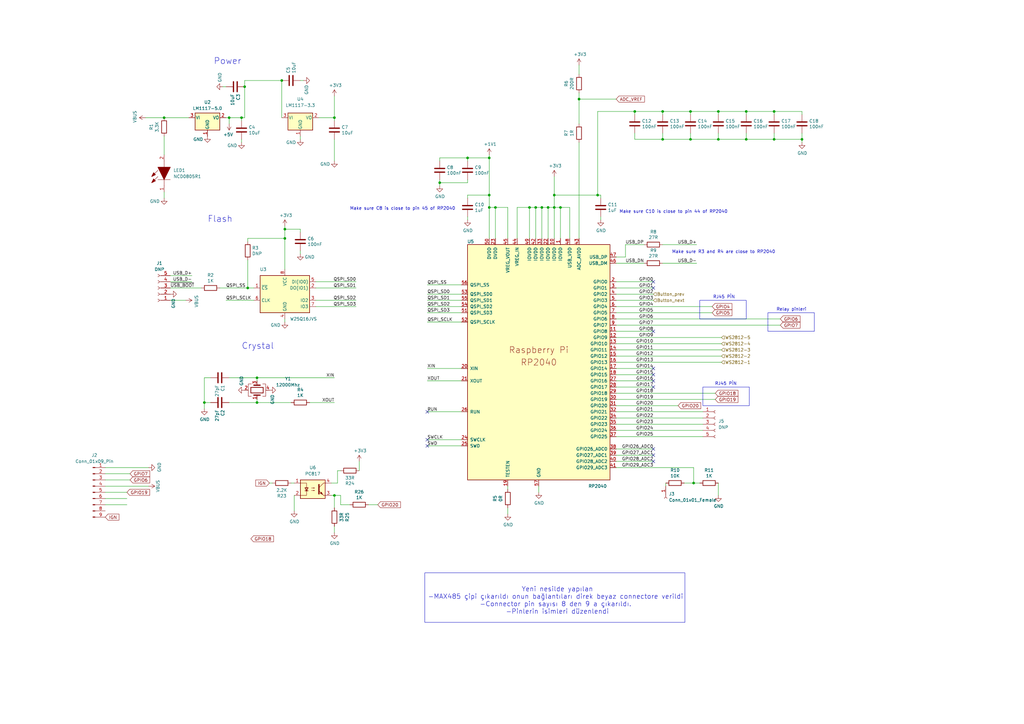
<source format=kicad_sch>
(kicad_sch (version 20231120) (generator "eeschema") (generator_version "8.0")
  (paper "A3")
  (lib_symbols
    (symbol "150080VS75000:150080VS75000" (pin_names (offset 0.762))
      (property "Reference" "LED" (at 12.7 8.89 0))
      (property "Value" "150080VS75000" (at 12.7 6.35 0))
      (symbol "150080VS75000_0_0"
        (pin passive line (at 0 0 0) (length 2.54) (name "~") (number "1"))
        (pin passive line (at 15.24 0 180) (length 2.54) (name "~") (number "2"))
      )
      (symbol "150080VS75000_0_1"
        (polyline (pts (xy 2.54 0) (xy 5.08 0)) (stroke (width 0.1524)))
        (polyline (pts (xy 5.08 2.54) (xy 5.08 -2.54)) (stroke (width 0.1524)))
        (polyline (pts (xy 6.35 2.54) (xy 3.81 5.08)) (stroke (width 0.1524)))
        (polyline (pts (xy 8.89 2.54) (xy 6.35 5.08)) (stroke (width 0.1524)))
        (polyline (pts (xy 10.16 0) (xy 12.7 0)) (stroke (width 0.1524)))
        (polyline (pts (xy 5.08 0) (xy 10.16 2.54) (xy 10.16 -2.54) (xy 5.08 0)) (stroke (width 0.254)) (fill (type outline)))
        (polyline (pts (xy 5.334 4.318) (xy 4.572 3.556) (xy 3.81 5.08) (xy 5.334 4.318)) (stroke (width 0.254)) (fill (type outline)))
        (polyline (pts (xy 7.874 4.318) (xy 7.112 3.556) (xy 6.35 5.08) (xy 7.874 4.318)) (stroke (width 0.254)) (fill (type outline)))
      )
    )
    (symbol "Connector:Conn_01x01_Female" (pin_names (offset 1.016) hide)
      (property "Reference" "J" (at 0 2.54 0))
      (property "Value" "Conn_01x01_Female" (at 0 -2.54 0))
      (symbol "Conn_01x01_Female_1_1"
        (polyline (pts (xy -1.27 0) (xy -0.508 0)) (stroke (width 0.1524)))
        (arc (start 0 0.508) (mid -0.5058 0) (end 0 -0.508) (stroke (width 0.1524)))
        (pin passive line (at -5.08 0 0) (length 3.81) (name "Pin_1") (number "1"))
      )
    )
    (symbol "Connector:Conn_01x05_Female" (pin_names (offset 1.016) hide)
      (property "Reference" "J" (at 0 7.62 0))
      (property "Value" "Conn_01x05_Female" (at 0 -7.62 0))
      (symbol "Conn_01x05_Female_1_1"
        (arc (start 0 -4.572) (mid -0.5058 -5.08) (end 0 -5.588) (stroke (width 0.1524)))
        (arc (start 0 -2.032) (mid -0.5058 -2.54) (end 0 -3.048) (stroke (width 0.1524)))
        (polyline (pts (xy -1.27 -5.08) (xy -0.508 -5.08)) (stroke (width 0.1524)))
        (polyline (pts (xy -1.27 -2.54) (xy -0.508 -2.54)) (stroke (width 0.1524)))
        (polyline (pts (xy -1.27 0) (xy -0.508 0)) (stroke (width 0.1524)))
        (polyline (pts (xy -1.27 2.54) (xy -0.508 2.54)) (stroke (width 0.1524)))
        (polyline (pts (xy -1.27 5.08) (xy -0.508 5.08)) (stroke (width 0.1524)))
        (arc (start 0 0.508) (mid -0.5058 0) (end 0 -0.508) (stroke (width 0.1524)))
        (arc (start 0 3.048) (mid -0.5058 2.54) (end 0 2.032) (stroke (width 0.1524)))
        (arc (start 0 5.588) (mid -0.5058 5.08) (end 0 4.572) (stroke (width 0.1524)))
        (pin passive line (at -5.08 5.08 0) (length 3.81) (name "Pin_1") (number "1"))
        (pin passive line (at -5.08 2.54 0) (length 3.81) (name "Pin_2") (number "2"))
        (pin passive line (at -5.08 0 0) (length 3.81) (name "Pin_3") (number "3"))
        (pin passive line (at -5.08 -2.54 0) (length 3.81) (name "Pin_4") (number "4"))
        (pin passive line (at -5.08 -5.08 0) (length 3.81) (name "Pin_5") (number "5"))
      )
    )
    (symbol "Connector:Conn_01x09_Pin" (pin_names (offset 1.016) hide)
      (property "Reference" "J" (at 0 12.7 0))
      (property "Value" "Conn_01x09_Pin" (at 0 -12.7 0))
      (symbol "Conn_01x09_Pin_1_1"
        (polyline (pts (xy 1.27 -10.16) (xy 0.8636 -10.16)) (stroke (width 0.1524)))
        (polyline (pts (xy 1.27 -7.62) (xy 0.8636 -7.62)) (stroke (width 0.1524)))
        (polyline (pts (xy 1.27 -5.08) (xy 0.8636 -5.08)) (stroke (width 0.1524)))
        (polyline (pts (xy 1.27 -2.54) (xy 0.8636 -2.54)) (stroke (width 0.1524)))
        (polyline (pts (xy 1.27 0) (xy 0.8636 0)) (stroke (width 0.1524)))
        (polyline (pts (xy 1.27 2.54) (xy 0.8636 2.54)) (stroke (width 0.1524)))
        (polyline (pts (xy 1.27 5.08) (xy 0.8636 5.08)) (stroke (width 0.1524)))
        (polyline (pts (xy 1.27 7.62) (xy 0.8636 7.62)) (stroke (width 0.1524)))
        (polyline (pts (xy 1.27 10.16) (xy 0.8636 10.16)) (stroke (width 0.1524)))
        (rectangle (start 0.8636 -10.033) (end 0 -10.287) (stroke (width 0.1524)) (fill (type outline)))
        (rectangle (start 0.8636 -7.493) (end 0 -7.747) (stroke (width 0.1524)) (fill (type outline)))
        (rectangle (start 0.8636 -4.953) (end 0 -5.207) (stroke (width 0.1524)) (fill (type outline)))
        (rectangle (start 0.8636 -2.413) (end 0 -2.667) (stroke (width 0.1524)) (fill (type outline)))
        (rectangle (start 0.8636 0.127) (end 0 -0.127) (stroke (width 0.1524)) (fill (type outline)))
        (rectangle (start 0.8636 2.667) (end 0 2.413) (stroke (width 0.1524)) (fill (type outline)))
        (rectangle (start 0.8636 5.207) (end 0 4.953) (stroke (width 0.1524)) (fill (type outline)))
        (rectangle (start 0.8636 7.747) (end 0 7.493) (stroke (width 0.1524)) (fill (type outline)))
        (rectangle (start 0.8636 10.287) (end 0 10.033) (stroke (width 0.1524)) (fill (type outline)))
        (pin passive line (at 5.08 10.16 180) (length 3.81) (name "Pin_1") (number "1"))
        (pin passive line (at 5.08 7.62 180) (length 3.81) (name "Pin_2") (number "2"))
        (pin passive line (at 5.08 5.08 180) (length 3.81) (name "Pin_3") (number "3"))
        (pin passive line (at 5.08 2.54 180) (length 3.81) (name "Pin_4") (number "4"))
        (pin passive line (at 5.08 0 180) (length 3.81) (name "Pin_5") (number "5"))
        (pin passive line (at 5.08 -2.54 180) (length 3.81) (name "Pin_6") (number "6"))
        (pin passive line (at 5.08 -5.08 180) (length 3.81) (name "Pin_7") (number "7"))
        (pin passive line (at 5.08 -7.62 180) (length 3.81) (name "Pin_8") (number "8"))
        (pin passive line (at 5.08 -10.16 180) (length 3.81) (name "Pin_9") (number "9"))
      )
    )
    (symbol "Device:C" (pin_numbers hide) (pin_names (offset 0.254))
      (property "Reference" "C" (at 0.635 2.54 0))
      (property "Value" "C" (at 0.635 -2.54 0))
      (symbol "C_0_1"
        (polyline (pts (xy -2.032 -0.762) (xy 2.032 -0.762)) (stroke (width 0.508)))
        (polyline (pts (xy -2.032 0.762) (xy 2.032 0.762)) (stroke (width 0.508)))
      )
      (symbol "C_1_1"
        (pin passive line (at 0 3.81 270) (length 2.794) (name "~") (number "1"))
        (pin passive line (at 0 -3.81 90) (length 2.794) (name "~") (number "2"))
      )
    )
    (symbol "Device:Crystal_GND24" (pin_names (offset 1.016) hide)
      (property "Reference" "Y" (at 3.175 5.08 0))
      (property "Value" "Crystal_GND24" (at 3.175 3.175 0))
      (symbol "Crystal_GND24_0_1"
        (rectangle (start -1.143 2.54) (end 1.143 -2.54) (stroke (width 0.3048)))
        (polyline (pts (xy -2.54 0) (xy -2.032 0)))
        (polyline (pts (xy -2.032 -1.27) (xy -2.032 1.27)) (stroke (width 0.508)))
        (polyline (pts (xy 0 -3.81) (xy 0 -3.556)))
        (polyline (pts (xy 0 3.556) (xy 0 3.81)))
        (polyline (pts (xy 2.032 -1.27) (xy 2.032 1.27)) (stroke (width 0.508)))
        (polyline (pts (xy 2.032 0) (xy 2.54 0)))
        (polyline (pts (xy -2.54 -2.286) (xy -2.54 -3.556) (xy 2.54 -3.556) (xy 2.54 -2.286)))
        (polyline (pts (xy -2.54 2.286) (xy -2.54 3.556) (xy 2.54 3.556) (xy 2.54 2.286)))
      )
      (symbol "Crystal_GND24_1_1"
        (pin passive line (at -3.81 0 0) (length 1.27) (name "1") (number "1"))
        (pin passive line (at 0 5.08 270) (length 1.27) (name "2") (number "2"))
        (pin passive line (at 3.81 0 180) (length 1.27) (name "3") (number "3"))
        (pin passive line (at 0 -5.08 90) (length 1.27) (name "4") (number "4"))
      )
    )
    (symbol "Device:R" (pin_numbers hide) (pin_names (offset 0))
      (property "Reference" "R" (at 2.032 0 90))
      (property "Value" "R" (at 0 0 90))
      (symbol "R_0_1"
        (rectangle (start -1.016 -2.54) (end 1.016 2.54) (stroke (width 0.254)))
      )
      (symbol "R_1_1"
        (pin passive line (at 0 3.81 270) (length 1.27) (name "~") (number "1"))
        (pin passive line (at 0 -3.81 90) (length 1.27) (name "~") (number "2"))
      )
    )
    (symbol "Isolator:PC817" (pin_names (offset 1.016))
      (property "Reference" "U" (at -5.08 5.08 0))
      (property "Value" "PC817" (at 0 5.08 0))
      (symbol "PC817_0_1"
        (rectangle (start -5.08 3.81) (end 5.08 -3.81) (stroke (width 0.254)) (fill (type background)))
        (polyline (pts (xy -3.175 -0.635) (xy -1.905 -0.635)) (stroke (width 0.254)))
        (polyline (pts (xy 2.54 0.635) (xy 4.445 2.54)))
        (polyline (pts (xy 4.445 -2.54) (xy 2.54 -0.635)) (fill (type outline)))
        (polyline (pts (xy 4.445 -2.54) (xy 5.08 -2.54)))
        (polyline (pts (xy 4.445 2.54) (xy 5.08 2.54)))
        (polyline (pts (xy -5.08 2.54) (xy -2.54 2.54) (xy -2.54 -0.635)))
        (polyline (pts (xy -2.54 -0.635) (xy -2.54 -2.54) (xy -5.08 -2.54)))
        (polyline (pts (xy 2.54 1.905) (xy 2.54 -1.905) (xy 2.54 -1.905)) (stroke (width 0.508)))
        (polyline (pts (xy -2.54 -0.635) (xy -3.175 0.635) (xy -1.905 0.635) (xy -2.54 -0.635)) (stroke (width 0.254)))
        (polyline (pts (xy -0.508 -0.508) (xy 0.762 -0.508) (xy 0.381 -0.635) (xy 0.381 -0.381) (xy 0.762 -0.508)))
        (polyline (pts (xy -0.508 0.508) (xy 0.762 0.508) (xy 0.381 0.381) (xy 0.381 0.635) (xy 0.762 0.508)))
        (polyline (pts (xy 3.048 -1.651) (xy 3.556 -1.143) (xy 4.064 -2.159) (xy 3.048 -1.651) (xy 3.048 -1.651)) (fill (type outline)))
      )
      (symbol "PC817_1_1"
        (pin passive line (at -7.62 2.54 0) (length 2.54) (name "~") (number "1"))
        (pin passive line (at -7.62 -2.54 0) (length 2.54) (name "~") (number "2"))
        (pin passive line (at 7.62 -2.54 180) (length 2.54) (name "~") (number "3"))
        (pin passive line (at 7.62 2.54 180) (length 2.54) (name "~") (number "4"))
      )
    )
    (symbol "MCU_RaspberryPi_RP2040:RP2040" (pin_names (offset 1.016))
      (property "Reference" "U" (at -29.21 49.53 0))
      (property "Value" "RP2040" (at 24.13 -49.53 0))
      (symbol "RP2040_0_0"
        (text "Raspberry Pi" (at 0 5.08 0) (effects (font (size 2.54 2.54))))
        (text "RP2040" (at 0 0 0) (effects (font (size 2.54 2.54))))
      )
      (symbol "RP2040_0_1"
        (rectangle (start 29.21 48.26) (end -29.21 -48.26) (stroke (width 0.254)) (fill (type background)))
      )
      (symbol "RP2040_1_1"
        (pin power_in line (at 8.89 50.8 270) (length 2.54) (name "IOVDD") (number "1"))
        (pin power_in line (at 6.35 50.8 270) (length 2.54) (name "IOVDD") (number "10"))
        (pin bidirectional line (at 31.75 12.7 180) (length 2.54) (name "GPIO8") (number "11"))
        (pin bidirectional line (at 31.75 10.16 180) (length 2.54) (name "GPIO9") (number "12"))
        (pin bidirectional line (at 31.75 7.62 180) (length 2.54) (name "GPIO10") (number "13"))
        (pin bidirectional line (at 31.75 5.08 180) (length 2.54) (name "GPIO11") (number "14"))
        (pin bidirectional line (at 31.75 2.54 180) (length 2.54) (name "GPIO12") (number "15"))
        (pin bidirectional line (at 31.75 0 180) (length 2.54) (name "GPIO13") (number "16"))
        (pin bidirectional line (at 31.75 -2.54 180) (length 2.54) (name "GPIO14") (number "17"))
        (pin bidirectional line (at 31.75 -5.08 180) (length 2.54) (name "GPIO15") (number "18"))
        (pin passive line (at -12.7 -50.8 90) (length 2.54) (name "TESTEN") (number "19"))
        (pin bidirectional line (at 31.75 33.02 180) (length 2.54) (name "GPIO0") (number "2"))
        (pin input line (at -31.75 -2.54 0) (length 2.54) (name "XIN") (number "20"))
        (pin passive line (at -31.75 -7.62 0) (length 2.54) (name "XOUT") (number "21"))
        (pin power_in line (at 3.81 50.8 270) (length 2.54) (name "IOVDD") (number "22"))
        (pin power_in line (at -17.78 50.8 270) (length 2.54) (name "DVDD") (number "23"))
        (pin output line (at -31.75 -31.75 0) (length 2.54) (name "SWCLK") (number "24"))
        (pin bidirectional line (at -31.75 -34.29 0) (length 2.54) (name "SWD") (number "25"))
        (pin input line (at -31.75 -20.32 0) (length 2.54) (name "RUN") (number "26"))
        (pin bidirectional line (at 31.75 -7.62 180) (length 2.54) (name "GPIO16") (number "27"))
        (pin bidirectional line (at 31.75 -10.16 180) (length 2.54) (name "GPIO17") (number "28"))
        (pin bidirectional line (at 31.75 -12.7 180) (length 2.54) (name "GPIO18") (number "29"))
        (pin bidirectional line (at 31.75 30.48 180) (length 2.54) (name "GPIO1") (number "3"))
        (pin bidirectional line (at 31.75 -15.24 180) (length 2.54) (name "GPIO19") (number "30"))
        (pin bidirectional line (at 31.75 -17.78 180) (length 2.54) (name "GPIO20") (number "31"))
        (pin bidirectional line (at 31.75 -20.32 180) (length 2.54) (name "GPIO21") (number "32"))
        (pin power_in line (at 1.27 50.8 270) (length 2.54) (name "IOVDD") (number "33"))
        (pin bidirectional line (at 31.75 -22.86 180) (length 2.54) (name "GPIO22") (number "34"))
        (pin bidirectional line (at 31.75 -25.4 180) (length 2.54) (name "GPIO23") (number "35"))
        (pin bidirectional line (at 31.75 -27.94 180) (length 2.54) (name "GPIO24") (number "36"))
        (pin bidirectional line (at 31.75 -30.48 180) (length 2.54) (name "GPIO25") (number "37"))
        (pin bidirectional line (at 31.75 -35.56 180) (length 2.54) (name "GPIO26_ADC0") (number "38"))
        (pin bidirectional line (at 31.75 -38.1 180) (length 2.54) (name "GPIO27_ADC1") (number "39"))
        (pin bidirectional line (at 31.75 27.94 180) (length 2.54) (name "GPIO2") (number "4"))
        (pin bidirectional line (at 31.75 -40.64 180) (length 2.54) (name "GPIO28_ADC2") (number "40"))
        (pin bidirectional line (at 31.75 -43.18 180) (length 2.54) (name "GPIO29_ADC3") (number "41"))
        (pin power_in line (at -1.27 50.8 270) (length 2.54) (name "IOVDD") (number "42"))
        (pin power_in line (at 16.51 50.8 270) (length 2.54) (name "ADC_AVDD") (number "43"))
        (pin power_in line (at -8.89 50.8 270) (length 2.54) (name "VREG_IN") (number "44"))
        (pin power_out line (at -12.7 50.8 270) (length 2.54) (name "VREG_VOUT") (number "45"))
        (pin bidirectional line (at 31.75 40.64 180) (length 2.54) (name "USB_DM") (number "46"))
        (pin bidirectional line (at 31.75 43.18 180) (length 2.54) (name "USB_DP") (number "47"))
        (pin power_in line (at 12.7 50.8 270) (length 2.54) (name "USB_VDD") (number "48"))
        (pin power_in line (at -3.81 50.8 270) (length 2.54) (name "IOVDD") (number "49"))
        (pin bidirectional line (at 31.75 25.4 180) (length 2.54) (name "GPIO3") (number "5"))
        (pin power_in line (at -20.32 50.8 270) (length 2.54) (name "DVDD") (number "50"))
        (pin bidirectional line (at -31.75 20.32 0) (length 2.54) (name "QSPI_SD3") (number "51"))
        (pin output line (at -31.75 16.51 0) (length 2.54) (name "QSPI_SCLK") (number "52"))
        (pin bidirectional line (at -31.75 27.94 0) (length 2.54) (name "QSPI_SD0") (number "53"))
        (pin bidirectional line (at -31.75 22.86 0) (length 2.54) (name "QSPI_SD2") (number "54"))
        (pin bidirectional line (at -31.75 25.4 0) (length 2.54) (name "QSPI_SD1") (number "55"))
        (pin bidirectional line (at -31.75 31.75 0) (length 2.54) (name "QSPI_SS") (number "56"))
        (pin power_in line (at 0 -50.8 90) (length 2.54) (name "GND") (number "57"))
        (pin bidirectional line (at 31.75 22.86 180) (length 2.54) (name "GPIO4") (number "6"))
        (pin bidirectional line (at 31.75 20.32 180) (length 2.54) (name "GPIO5") (number "7"))
        (pin bidirectional line (at 31.75 17.78 180) (length 2.54) (name "GPIO6") (number "8"))
        (pin bidirectional line (at 31.75 15.24 180) (length 2.54) (name "GPIO7") (number "9"))
      )
    )
    (symbol "Memory_Flash:W25Q128JVS"
      (property "Reference" "U" (at -8.89 8.89 0))
      (property "Value" "W25Q128JVS" (at 7.62 8.89 0))
      (symbol "W25Q128JVS_0_1"
        (rectangle (start -10.16 7.62) (end 10.16 -7.62) (stroke (width 0.254)) (fill (type background)))
      )
      (symbol "W25Q128JVS_1_1"
        (pin input line (at -12.7 2.54 0) (length 2.54) (name "~{CS}") (number "1"))
        (pin bidirectional line (at 12.7 2.54 180) (length 2.54) (name "DO(IO1)") (number "2"))
        (pin bidirectional line (at 12.7 -2.54 180) (length 2.54) (name "IO2") (number "3"))
        (pin power_in line (at 0 -10.16 90) (length 2.54) (name "GND") (number "4"))
        (pin bidirectional line (at 12.7 5.08 180) (length 2.54) (name "DI(IO0)") (number "5"))
        (pin input line (at -12.7 -2.54 0) (length 2.54) (name "CLK") (number "6"))
        (pin bidirectional line (at 12.7 -5.08 180) (length 2.54) (name "IO3") (number "7"))
        (pin power_in line (at 0 10.16 270) (length 2.54) (name "VCC") (number "8"))
      )
    )
    (symbol "Regulator_Linear:LM1117-3.3" (pin_names (offset 0.254))
      (property "Reference" "U" (at -3.81 3.175 0))
      (property "Value" "LM1117-3.3" (at 0 3.175 0))
      (symbol "LM1117-3.3_0_1"
        (rectangle (start -5.08 -5.08) (end 5.08 1.905) (stroke (width 0.254)) (fill (type background)))
      )
      (symbol "LM1117-3.3_1_1"
        (pin power_in line (at 0 -7.62 90) (length 2.54) (name "GND") (number "1"))
        (pin power_out line (at 7.62 0 180) (length 2.54) (name "VO") (number "2"))
        (pin power_in line (at -7.62 0 0) (length 2.54) (name "VI") (number "3"))
      )
    )
    (symbol "power:+1V1" (power) (pin_names (offset 0))
      (property "Value" "+1V1" (at 0 3.556 0))
      (symbol "+1V1_0_1"
        (polyline (pts (xy -0.762 1.27) (xy 0 2.54)))
        (polyline (pts (xy 0 0) (xy 0 2.54)))
        (polyline (pts (xy 0 2.54) (xy 0.762 1.27)))
      )
      (symbol "+1V1_1_1"
        (pin power_in line (at 0 0 90) (length 0) hide (name "+1V1") (number "1"))
      )
    )
    (symbol "power:+3V3" (power) (pin_names (offset 0))
      (property "Value" "+3V3" (at 0 3.556 0))
      (symbol "+3V3_0_1"
        (polyline (pts (xy -0.762 1.27) (xy 0 2.54)))
        (polyline (pts (xy 0 0) (xy 0 2.54)))
        (polyline (pts (xy 0 2.54) (xy 0.762 1.27)))
      )
      (symbol "+3V3_1_1"
        (pin power_in line (at 0 0 90) (length 0) hide (name "+3V3") (number "1"))
      )
    )
    (symbol "power:GND" (power) (pin_names (offset 0))
      (property "Value" "GND" (at 0 -3.81 0))
      (symbol "GND_0_1"
        (polyline (pts (xy 0 0) (xy 0 -1.27) (xy 1.27 -1.27) (xy 0 -2.54) (xy -1.27 -1.27) (xy 0 -1.27)))
      )
      (symbol "GND_1_1"
        (pin power_in line (at 0 0 270) (length 0) hide (name "GND") (number "1"))
      )
    )
    (symbol "power:VBUS" (power) (pin_names (offset 0))
      (property "Value" "VBUS" (at 0 3.81 0))
      (symbol "VBUS_0_1"
        (polyline (pts (xy -0.762 1.27) (xy 0 2.54)))
        (polyline (pts (xy 0 0) (xy 0 2.54)))
        (polyline (pts (xy 0 2.54) (xy 0.762 1.27)))
      )
      (symbol "VBUS_1_1"
        (pin power_in line (at 0 0 90) (length 0) hide (name "VBUS") (number "1"))
      )
    )
  )
  (junction (at 101.6 118.11))
  (junction (at 227.33 85.09))
  (junction (at 116.84 93.98))
  (junction (at 219.71 85.09))
  (junction (at 217.17 85.09))
  (junction (at 93.98 48.26))
  (junction (at 67.31 48.26))
  (junction (at 222.25 85.09))
  (junction (at 100.33 35.56))
  (junction (at 83.82 165.1))
  (junction (at 294.64 57.15))
  (junction (at 237.49 40.64))
  (junction (at 260.35 45.72))
  (junction (at 203.2 85.09))
  (junction (at 105.41 154.94))
  (junction (at 200.66 85.09))
  (junction (at 115.57 33.02))
  (junction (at 200.66 64.77))
  (junction (at 137.16 48.26))
  (junction (at 200.66 80.01))
  (junction (at 229.87 85.09))
  (junction (at 116.84 97.79))
  (junction (at 224.79 85.09))
  (junction (at 271.78 57.15))
  (junction (at 317.5 57.15))
  (junction (at 137.16 203.2))
  (junction (at 227.33 80.01))
  (junction (at 294.64 45.72))
  (junction (at 283.21 57.15))
  (junction (at 284.48 198.12))
  (junction (at 328.93 57.15))
  (junction (at 271.78 45.72))
  (junction (at 306.07 57.15))
  (junction (at 191.77 64.77))
  (junction (at 245.11 80.01))
  (junction (at 306.07 45.72))
  (junction (at 105.41 165.1))
  (junction (at 180.34 74.93))
  (junction (at 99.06 48.26))
  (junction (at 317.5 45.72))
  (junction (at 283.21 45.72))
  (no_connect (at 175.26 180.34))
  (no_connect (at 175.26 168.91))
  (no_connect (at 267.97 151.13))
  (no_connect (at 267.97 135.89))
  (no_connect (at 267.97 158.75))
  (no_connect (at 267.97 118.11))
  (no_connect (at 267.97 186.69))
  (no_connect (at 267.97 115.57))
  (no_connect (at 267.97 153.67))
  (no_connect (at 267.97 156.21))
  (no_connect (at 267.97 184.15))
  (no_connect (at 175.26 182.88))
  (no_connect (at 267.97 189.23))
  (wire (pts (xy 191.77 66.04) (xy 191.77 64.77)))
  (wire (pts (xy 284.48 198.12) (xy 287.02 198.12)))
  (wire (pts (xy 317.5 57.15) (xy 306.07 57.15)))
  (wire (pts (xy 191.77 81.28) (xy 191.77 80.01)))
  (wire (pts (xy 93.98 50.8) (xy 93.98 48.26)))
  (wire (pts (xy 203.2 97.79) (xy 203.2 85.09)))
  (wire (pts (xy 252.73 148.59) (xy 295.91 148.59)))
  (wire (pts (xy 252.73 191.77) (xy 284.48 191.77)))
  (wire (pts (xy 306.07 45.72) (xy 317.5 45.72)))
  (wire (pts (xy 53.34 196.85) (xy 43.18 196.85)))
  (wire (pts (xy 317.5 54.61) (xy 317.5 57.15)))
  (wire (pts (xy 306.07 46.99) (xy 306.07 45.72)))
  (wire (pts (xy 252.73 184.15) (xy 267.97 184.15)))
  (wire (pts (xy 105.41 163.83) (xy 105.41 165.1)))
  (wire (pts (xy 271.78 107.95) (xy 285.75 107.95)))
  (wire (pts (xy 208.28 85.09) (xy 203.2 85.09)))
  (wire (pts (xy 137.16 215.9) (xy 137.16 218.44)))
  (wire (pts (xy 252.73 168.91) (xy 288.29 168.91)))
  (wire (pts (xy 189.23 156.21) (xy 175.26 156.21)))
  (wire (pts (xy 317.5 57.15) (xy 328.93 57.15)))
  (wire (pts (xy 237.49 40.64) (xy 252.73 40.64)))
  (wire (pts (xy 101.6 97.79) (xy 116.84 97.79)))
  (wire (pts (xy 271.78 100.33) (xy 285.75 100.33)))
  (wire (pts (xy 180.34 73.66) (xy 180.34 74.93)))
  (wire (pts (xy 252.73 161.29) (xy 293.37 161.29)))
  (wire (pts (xy 260.35 54.61) (xy 260.35 57.15)))
  (wire (pts (xy 237.49 26.67) (xy 237.49 30.48)))
  (wire (pts (xy 317.5 46.99) (xy 317.5 45.72)))
  (wire (pts (xy 252.73 135.89) (xy 267.97 135.89)))
  (wire (pts (xy 86.36 165.1) (xy 83.82 165.1)))
  (wire (pts (xy 252.73 158.75) (xy 267.97 158.75)))
  (wire (pts (xy 260.35 46.99) (xy 260.35 45.72)))
  (wire (pts (xy 147.32 189.23) (xy 147.32 193.04)))
  (wire (pts (xy 245.11 45.72) (xy 245.11 80.01)))
  (wire (pts (xy 105.41 165.1) (xy 119.38 165.1)))
  (wire (pts (xy 175.26 123.19) (xy 189.23 123.19)))
  (wire (pts (xy 252.73 146.05) (xy 295.91 146.05)))
  (wire (pts (xy 283.21 57.15) (xy 271.78 57.15)))
  (wire (pts (xy 180.34 74.93) (xy 191.77 74.93)))
  (wire (pts (xy 306.07 57.15) (xy 294.64 57.15)))
  (wire (pts (xy 90.17 118.11) (xy 101.6 118.11)))
  (wire (pts (xy 227.33 80.01) (xy 227.33 85.09)))
  (wire (pts (xy 67.31 81.28) (xy 67.31 78.74)))
  (wire (pts (xy 43.18 204.47) (xy 52.07 204.47)))
  (wire (pts (xy 246.38 80.01) (xy 245.11 80.01)))
  (wire (pts (xy 83.82 165.1) (xy 83.82 167.64)))
  (wire (pts (xy 294.64 203.2) (xy 294.64 198.12)))
  (wire (pts (xy 175.26 128.27) (xy 189.23 128.27)))
  (wire (pts (xy 256.54 100.33) (xy 264.16 100.33)))
  (wire (pts (xy 217.17 85.09) (xy 219.71 85.09)))
  (wire (pts (xy 101.6 106.68) (xy 101.6 118.11)))
  (wire (pts (xy 203.2 85.09) (xy 200.66 85.09)))
  (wire (pts (xy 137.16 208.28) (xy 137.16 203.2)))
  (wire (pts (xy 191.77 74.93) (xy 191.77 73.66)))
  (wire (pts (xy 252.73 105.41) (xy 256.54 105.41)))
  (wire (pts (xy 137.16 203.2) (xy 135.89 203.2)))
  (wire (pts (xy 105.41 156.21) (xy 105.41 154.94)))
  (wire (pts (xy 129.54 123.19) (xy 146.05 123.19)))
  (wire (pts (xy 123.19 55.88) (xy 123.19 57.15)))
  (wire (pts (xy 99.06 48.26) (xy 100.33 48.26)))
  (wire (pts (xy 100.33 35.56) (xy 100.33 48.26)))
  (wire (pts (xy 116.84 92.71) (xy 116.84 93.98)))
  (wire (pts (xy 200.66 63.5) (xy 200.66 64.77)))
  (wire (pts (xy 252.73 133.35) (xy 320.04 133.35)))
  (wire (pts (xy 271.78 54.61) (xy 271.78 57.15)))
  (wire (pts (xy 189.23 182.88) (xy 175.26 182.88)))
  (wire (pts (xy 92.71 123.19) (xy 104.14 123.19)))
  (wire (pts (xy 271.78 46.99) (xy 271.78 45.72)))
  (wire (pts (xy 99.06 49.53) (xy 99.06 48.26)))
  (wire (pts (xy 252.73 138.43) (xy 295.91 138.43)))
  (wire (pts (xy 189.23 180.34) (xy 175.26 180.34)))
  (wire (pts (xy 252.73 151.13) (xy 267.97 151.13)))
  (wire (pts (xy 129.54 115.57) (xy 146.05 115.57)))
  (wire (pts (xy 212.09 97.79) (xy 212.09 85.09)))
  (wire (pts (xy 212.09 85.09) (xy 217.17 85.09)))
  (wire (pts (xy 100.33 33.02) (xy 115.57 33.02)))
  (wire (pts (xy 227.33 85.09) (xy 229.87 85.09)))
  (wire (pts (xy 273.05 199.39) (xy 273.05 198.12)))
  (wire (pts (xy 143.51 207.01) (xy 139.7 207.01)))
  (wire (pts (xy 246.38 88.9) (xy 246.38 90.17)))
  (wire (pts (xy 139.7 193.04) (xy 138.43 193.04)))
  (wire (pts (xy 328.93 57.15) (xy 328.93 58.42)))
  (wire (pts (xy 252.73 118.11) (xy 267.97 118.11)))
  (wire (pts (xy 43.18 191.77) (xy 60.96 191.77)))
  (wire (pts (xy 116.84 93.98) (xy 116.84 97.79)))
  (wire (pts (xy 189.23 168.91) (xy 175.26 168.91)))
  (wire (pts (xy 237.49 38.1) (xy 237.49 40.64)))
  (wire (pts (xy 100.33 35.56) (xy 100.33 33.02)))
  (wire (pts (xy 208.28 97.79) (xy 208.28 85.09)))
  (wire (pts (xy 119.38 198.12) (xy 120.65 198.12)))
  (wire (pts (xy 129.54 125.73) (xy 146.05 125.73)))
  (wire (pts (xy 294.64 46.99) (xy 294.64 45.72)))
  (wire (pts (xy 120.65 209.55) (xy 120.65 203.2)))
  (wire (pts (xy 180.34 74.93) (xy 180.34 76.2)))
  (wire (pts (xy 151.13 207.01) (xy 154.94 207.01)))
  (wire (pts (xy 283.21 45.72) (xy 294.64 45.72)))
  (wire (pts (xy 227.33 97.79) (xy 227.33 85.09)))
  (wire (pts (xy 93.98 165.1) (xy 105.41 165.1)))
  (wire (pts (xy 317.5 45.72) (xy 328.93 45.72)))
  (wire (pts (xy 129.54 118.11) (xy 146.05 118.11)))
  (wire (pts (xy 224.79 85.09) (xy 227.33 85.09)))
  (wire (pts (xy 52.07 201.93) (xy 43.18 201.93)))
  (wire (pts (xy 224.79 97.79) (xy 224.79 85.09)))
  (wire (pts (xy 175.26 151.13) (xy 189.23 151.13)))
  (wire (pts (xy 99.06 57.15) (xy 99.06 58.42)))
  (wire (pts (xy 175.26 125.73) (xy 189.23 125.73)))
  (wire (pts (xy 200.66 80.01) (xy 200.66 85.09)))
  (wire (pts (xy 92.71 35.56) (xy 91.44 35.56)))
  (wire (pts (xy 139.7 207.01) (xy 139.7 203.2)))
  (wire (pts (xy 252.73 179.07) (xy 288.29 179.07)))
  (wire (pts (xy 123.19 95.25) (xy 123.19 93.98)))
  (wire (pts (xy 86.36 154.94) (xy 83.82 154.94)))
  (wire (pts (xy 76.2 123.19) (xy 69.85 123.19)))
  (wire (pts (xy 69.85 115.57) (xy 78.74 115.57)))
  (wire (pts (xy 110.49 198.12) (xy 111.76 198.12)))
  (wire (pts (xy 252.73 120.65) (xy 267.97 120.65)))
  (wire (pts (xy 294.64 45.72) (xy 306.07 45.72)))
  (wire (pts (xy 180.34 64.77) (xy 191.77 64.77)))
  (wire (pts (xy 252.73 166.37) (xy 278.13 166.37)))
  (wire (pts (xy 175.26 120.65) (xy 189.23 120.65)))
  (wire (pts (xy 222.25 85.09) (xy 224.79 85.09)))
  (wire (pts (xy 200.66 64.77) (xy 200.66 80.01)))
  (wire (pts (xy 83.82 154.94) (xy 83.82 165.1)))
  (wire (pts (xy 227.33 80.01) (xy 227.33 72.39)))
  (wire (pts (xy 116.84 97.79) (xy 116.84 110.49)))
  (wire (pts (xy 237.49 40.64) (xy 237.49 50.8)))
  (wire (pts (xy 53.34 194.31) (xy 43.18 194.31)))
  (wire (pts (xy 284.48 198.12) (xy 284.48 191.77)))
  (wire (pts (xy 123.19 33.02) (xy 124.46 33.02)))
  (wire (pts (xy 229.87 85.09) (xy 233.68 85.09)))
  (wire (pts (xy 137.16 57.15) (xy 137.16 66.04)))
  (wire (pts (xy 328.93 46.99) (xy 328.93 45.72)))
  (wire (pts (xy 260.35 45.72) (xy 245.11 45.72)))
  (wire (pts (xy 82.55 118.11) (xy 69.85 118.11)))
  (wire (pts (xy 219.71 97.79) (xy 219.71 85.09)))
  (wire (pts (xy 69.85 113.03) (xy 78.74 113.03)))
  (wire (pts (xy 138.43 198.12) (xy 135.89 198.12)))
  (wire (pts (xy 260.35 45.72) (xy 271.78 45.72)))
  (wire (pts (xy 306.07 54.61) (xy 306.07 57.15)))
  (wire (pts (xy 246.38 81.28) (xy 246.38 80.01)))
  (wire (pts (xy 328.93 54.61) (xy 328.93 57.15)))
  (wire (pts (xy 191.77 80.01) (xy 200.66 80.01)))
  (wire (pts (xy 92.71 48.26) (xy 93.98 48.26)))
  (wire (pts (xy 67.31 48.26) (xy 77.47 48.26)))
  (wire (pts (xy 200.66 85.09) (xy 200.66 97.79)))
  (wire (pts (xy 237.49 58.42) (xy 237.49 97.79)))
  (wire (pts (xy 252.73 173.99) (xy 288.29 173.99)))
  (wire (pts (xy 180.34 66.04) (xy 180.34 64.77)))
  (wire (pts (xy 252.73 171.45) (xy 288.29 171.45)))
  (wire (pts (xy 189.23 116.84) (xy 175.26 116.84)))
  (wire (pts (xy 252.73 163.83) (xy 293.37 163.83)))
  (wire (pts (xy 127 165.1) (xy 137.16 165.1)))
  (wire (pts (xy 252.73 153.67) (xy 267.97 153.67)))
  (wire (pts (xy 139.7 203.2) (xy 137.16 203.2)))
  (wire (pts (xy 252.73 115.57) (xy 267.97 115.57)))
  (wire (pts (xy 101.6 99.06) (xy 101.6 97.79)))
  (wire (pts (xy 43.18 207.01) (xy 52.07 207.01)))
  (wire (pts (xy 191.77 64.77) (xy 200.66 64.77)))
  (wire (pts (xy 252.73 130.81) (xy 320.04 130.81)))
  (wire (pts (xy 222.25 97.79) (xy 222.25 85.09)))
  (wire (pts (xy 252.73 176.53) (xy 288.29 176.53)))
  (wire (pts (xy 252.73 143.51) (xy 295.91 143.51)))
  (wire (pts (xy 280.67 198.12) (xy 284.48 198.12)))
  (wire (pts (xy 220.98 199.39) (xy 220.98 201.93)))
  (wire (pts (xy 93.98 48.26) (xy 99.06 48.26)))
  (wire (pts (xy 115.57 33.02) (xy 115.57 48.26)))
  (wire (pts (xy 191.77 88.9) (xy 191.77 90.17)))
  (wire (pts (xy 245.11 80.01) (xy 227.33 80.01)))
  (wire (pts (xy 252.73 186.69) (xy 267.97 186.69)))
  (wire (pts (xy 219.71 85.09) (xy 222.25 85.09)))
  (wire (pts (xy 252.73 123.19) (xy 267.97 123.19)))
  (wire (pts (xy 43.18 199.39) (xy 60.96 199.39)))
  (wire (pts (xy 252.73 156.21) (xy 267.97 156.21)))
  (wire (pts (xy 294.64 57.15) (xy 283.21 57.15)))
  (wire (pts (xy 271.78 57.15) (xy 260.35 57.15)))
  (wire (pts (xy 116.84 130.81) (xy 116.84 132.08)))
  (wire (pts (xy 217.17 97.79) (xy 217.17 85.09)))
  (wire (pts (xy 294.64 54.61) (xy 294.64 57.15)))
  (wire (pts (xy 256.54 100.33) (xy 256.54 105.41)))
  (wire (pts (xy 252.73 189.23) (xy 267.97 189.23)))
  (wire (pts (xy 283.21 46.99) (xy 283.21 45.72)))
  (wire (pts (xy 67.31 63.5) (xy 67.31 55.88)))
  (wire (pts (xy 233.68 97.79) (xy 233.68 85.09)))
  (wire (pts (xy 137.16 49.53) (xy 137.16 48.26)))
  (wire (pts (xy 252.73 140.97) (xy 295.91 140.97)))
  (wire (pts (xy 252.73 107.95) (xy 264.16 107.95)))
  (wire (pts (xy 229.87 85.09) (xy 229.87 97.79)))
  (wire (pts (xy 123.19 93.98) (xy 116.84 93.98)))
  (wire (pts (xy 252.73 125.73) (xy 292.1 125.73)))
  (wire (pts (xy 138.43 193.04) (xy 138.43 198.12)))
  (wire (pts (xy 271.78 45.72) (xy 283.21 45.72)))
  (wire (pts (xy 93.98 154.94) (xy 105.41 154.94)))
  (wire (pts (xy 59.69 48.26) (xy 67.31 48.26)))
  (wire (pts (xy 137.16 48.26) (xy 137.16 39.37)))
  (wire (pts (xy 123.19 102.87) (xy 123.19 104.14)))
  (wire (pts (xy 189.23 132.08) (xy 175.26 132.08)))
  (wire (pts (xy 208.28 210.82) (xy 208.28 208.28)))
  (wire (pts (xy 101.6 118.11) (xy 104.14 118.11)))
  (wire (pts (xy 252.73 128.27) (xy 292.1 128.27)))
  (wire (pts (xy 130.81 48.26) (xy 137.16 48.26)))
  (wire (pts (xy 283.21 54.61) (xy 283.21 57.15)))
  (wire (pts (xy 105.41 154.94) (xy 137.16 154.94)))
  (wire (pts (xy 208.28 200.66) (xy 208.28 199.39)))
  (rectangle (start 314.96 128.27) (end 334.01 135.89))
  (rectangle (start 287.02 123.19) (end 306.07 130.81))
  (rectangle (start 174.244 234.95) (end 280.924 255.27))
  (rectangle (start 288.29 158.75) (end 307.34 166.37))
  (text "RJ45 PİN \n" (at 297.434 121.92 0) (effects (font (size 1.27 1.27))))
  (text "Flash" (at 85.09 91.44 0) (effects (font (size 2.54 2.54)) (justify left bottom)))
  (text "Make sure C10 is close to pin 44 of RP2040" (at 254 87.63 0) (effects (font (size 1.27 1.27)) (justify left bottom)))
  (text "Relay pinleri\n" (at 324.612 127 0) (effects (font (size 1.27 1.27))))
  (text "Power" (at 87.63 26.67 0) (effects (font (size 2.54 2.54)) (justify left bottom)))
  (text "RJ45 PİN \n" (at 298.196 157.48 0) (effects (font (size 1.27 1.27))))
  (text "Make sure C8 is close to pin 45 of RP2040" (at 143.51 86.36 0) (effects (font (size 1.27 1.27)) (justify left bottom)))
  (text "Crystal" (at 99.06 143.51 0) (effects (font (size 2.54 2.54)) (justify left bottom)))
  (text "Make sure R3 and R4 are close to RP2040" (at 275.59 104.14 0) (effects (font (size 1.27 1.27)) (justify left bottom)))
  (text "Yeni nesilde yapılan\n-MAX485 çipi çıkarıldı onun bağlantıları direk beyaz connectore verildi \n-Connector pin sayısı 8 den 9 a çıkarıldı. \n-Pinlerin isimleri düzenlendi\n" (at 228.6 246.38 0) (effects (font (size 1.905 1.905))))
  (label "GPIO8" (at 267.97 135.89 180))
  (label "USB_D+" (at 285.75 100.33 180))
  (label "SWD" (at 175.26 182.88 0))
  (label "GPIO3" (at 267.97 123.19 180))
  (label "GPIO21" (at 267.97 168.91 180))
  (label "GPIO2" (at 267.97 120.65 180))
  (label "QSPI_SD0" (at 146.05 115.57 180))
  (label "GPIO0" (at 267.97 115.57 180))
  (label "QSPI_SD3" (at 175.26 128.27 0))
  (label "GPIO26_ADC0" (at 267.97 184.15 180))
  (label "GPIO6" (at 267.97 130.81 180))
  (label "GPIO14" (at 267.97 151.13 180))
  (label "QSPI_SD1" (at 175.26 123.19 0))
  (label "GPIO17" (at 267.97 158.75 180))
  (label "GPIO20" (at 267.97 166.37 180))
  (label "GPIO22" (at 267.97 171.45 180))
  (label "USB_D-" (at 285.75 107.95 180))
  (label "QSPI_SD2" (at 146.05 123.19 180))
  (label "GPIO16" (at 267.97 156.21 180))
  (label "GPIO15" (at 267.97 153.67 180))
  (label "RUN" (at 175.26 168.91 0))
  (label "QSPI_SD0" (at 175.26 120.65 0))
  (label "QSPI_SD3" (at 146.05 125.73 180))
  (label "GPIO13" (at 267.97 148.59 180))
  (label "QSPI_SCLK" (at 92.71 123.19 0))
  (label "QSPI_SCLK" (at 175.26 132.08 0))
  (label "XOUT" (at 175.26 156.21 0))
  (label "GPIO27_ADC1" (at 267.97 186.69 180))
  (label "USB_DN" (at 256.54 107.95 0))
  (label "GPIO7" (at 267.97 133.35 180))
  (label "GPIO12" (at 267.97 146.05 180))
  (label "GPIO11" (at 267.97 143.51 180))
  (label "GPIO1" (at 267.97 118.11 180))
  (label "QSPI_SD2" (at 175.26 125.73 0))
  (label "QSPI_SD1" (at 146.05 118.11 180))
  (label "GPIO4" (at 267.97 125.73 180))
  (label "GPIO28_ADC2" (at 267.97 189.23 180))
  (label "GPIO25" (at 267.97 179.07 180))
  (label "GPIO18" (at 267.97 161.29 180))
  (label "USB_D-" (at 78.74 115.57 180))
  (label "XOUT" (at 137.16 165.1 180))
  (label "GPIO24" (at 267.97 176.53 180))
  (label "GPIO10" (at 267.97 140.97 180))
  (label "~{USB_BOOT}" (at 69.85 118.11 0))
  (label "SWCLK" (at 175.26 180.34 0))
  (label "USB_DP" (at 256.54 100.33 0))
  (label "GPIO23" (at 267.97 173.99 180))
  (label "GPIO5" (at 267.97 128.27 180))
  (label "XIN" (at 137.16 154.94 180))
  (label "GPIO9" (at 267.97 138.43 180))
  (label "QSPI_SS" (at 175.26 116.84 0))
  (label "GPIO19" (at 267.97 163.83 180))
  (label "QSPI_SS" (at 92.71 118.11 0))
  (label "XIN" (at 175.26 151.13 0))
  (label "GPIO29_ADC3" (at 267.97 191.77 180))
  (label "USB_D+" (at 78.74 113.03 180))
  (global_label "GPIO19" (shape input) (at 293.37 163.83 0) (property "Intersheetrefs" "${INTERSHEET_REFS}" (effects (hide yes))))
  (global_label "GPIO20" (shape input) (at 154.94 207.01 0) (property "Intersheetrefs" "${INTERSHEET_REFS}" (effects (hide yes))))
  (global_label "GPIO5" (shape input) (at 292.1 128.27 0) (property "Intersheetrefs" "${INTERSHEET_REFS}" (effects (hide yes))))
  (global_label "GPIO19" (shape input) (at 52.07 201.93 0) (property "Intersheetrefs" "${INTERSHEET_REFS}" (effects (hide yes))))
  (global_label "IGN" (shape input) (at 43.18 212.09 0) (property "Intersheetrefs" "${INTERSHEET_REFS}" (effects (hide yes))))
  (global_label "GPIO6" (shape input) (at 53.34 196.85 0) (property "Intersheetrefs" "${INTERSHEET_REFS}" (effects (hide yes))))
  (global_label "GPIO20" (shape input) (at 278.13 166.37 0) (property "Intersheetrefs" "${INTERSHEET_REFS}" (effects (hide yes))))
  (global_label "GPIO18" (shape input) (at 102.87 220.98 0) (property "Intersheetrefs" "${INTERSHEET_REFS}" (effects (hide yes))))
  (global_label "GPIO7" (shape input) (at 53.34 194.31 0) (property "Intersheetrefs" "${INTERSHEET_REFS}" (effects (hide yes))))
  (global_label "GPIO7" (shape input) (at 320.04 133.35 0) (property "Intersheetrefs" "${INTERSHEET_REFS}" (effects (hide yes))))
  (global_label "GPIO6" (shape input) (at 320.04 130.81 0) (property "Intersheetrefs" "${INTERSHEET_REFS}" (effects (hide yes))))
  (global_label "GPIO18" (shape input) (at 293.37 161.29 0) (property "Intersheetrefs" "${INTERSHEET_REFS}" (effects (hide yes))))
  (global_label "ADC_VREF" (shape input) (at 252.73 40.64 0) (property "Intersheetrefs" "${INTERSHEET_REFS}" (effects (hide yes))))
  (global_label "IGN" (shape input) (at 110.49 198.12 180) (property "Intersheetrefs" "${INTERSHEET_REFS}" (effects (hide yes))))
  (global_label "GPIO4" (shape input) (at 292.1 125.73 0) (property "Intersheetrefs" "${INTERSHEET_REFS}" (effects (hide yes))))
  (hierarchical_label "WS2812-2" (shape input) (at 295.91 146.05 0))
  (hierarchical_label "Button_prev" (shape input) (at 267.97 120.65 0))
  (hierarchical_label "Button_next" (shape input) (at 267.97 123.19 0))
  (hierarchical_label "WS2812-3" (shape input) (at 295.91 143.51 0))
  (hierarchical_label "WS2812-1" (shape input) (at 295.91 148.59 0))
  (hierarchical_label "WS2812-4" (shape input) (at 295.91 140.97 0))
  (hierarchical_label "WS2812-5" (shape input) (at 295.91 138.43 0))
  (symbol (lib_id "Device:R") (at 143.51 193.04 90) (unit 1)
    (property "Reference" "R24" (at 143.51 198.2978 90))
    (property "Value" "33R" (at 143.51 195.9864 90))
    (property "Footprint" "Capacitor_SMD:C_0402_1005Metric" (effects (hide yes)))
  )
  (symbol (lib_id "power:GND") (at 85.09 55.88 0) (unit 1)
    (property "Reference" "#PWR06" (effects (hide yes)))
    (property "Value" "GND" (at 81.28 57.15 0))
  )
  (symbol (lib_id "Device:C") (at 96.52 35.56 270) (unit 1)
    (property "Reference" "C3" (at 97.6884 38.481 0) (effects (justify left)))
    (property "Value" "10uF" (at 95.377 38.481 0) (effects (justify left)))
    (property "Footprint" "Capacitor_SMD:C_0805_2012Metric" (effects (hide yes)))
  )
  (symbol (lib_id "Device:R") (at 237.49 54.61 0) (unit 1)
    (property "Reference" "R7" (at 232.2322 54.61 90))
    (property "Value" "1R" (at 234.5436 54.61 90))
    (property "Footprint" "Capacitor_SMD:C_0402_1005Metric" (effects (hide yes)))
  )
  (symbol (lib_id "Device:C") (at 283.21 50.8 0) (unit 1)
    (property "Reference" "C14" (at 286.131 49.6316 0) (effects (justify left)))
    (property "Value" "100nF" (at 286.131 51.943 0) (effects (justify left)))
    (property "Footprint" "Capacitor_SMD:C_0402_1005Metric" (effects (hide yes)))
  )
  (symbol (lib_id "Device:R") (at 290.83 198.12 270) (unit 1)
    (property "Reference" "R11" (at 290.83 192.8622 90))
    (property "Value" "1K" (at 290.83 195.1736 90))
    (property "Footprint" "Capacitor_SMD:C_0402_1005Metric" (effects (hide yes)))
  )
  (symbol (lib_id "power:+1V1") (at 200.66 63.5 0) (unit 1)
    (property "Reference" "#PWR024" (effects (hide yes)))
    (property "Value" "+1V1" (at 201.041 59.1058 0))
  )
  (symbol (lib_id "Regulator_Linear:LM1117-3.3") (at 85.09 48.26 0) (unit 1)
    (property "Reference" "U2" (at 85.09 41.91 0))
    (property "Value" "LM1117-5.0" (at 85.09 44.45 0))
    (property "Footprint" "Package_TO_SOT_SMD:SOT-223-3_TabPin2" (effects (hide yes)))
    (property "Datasheet" "http://www.ti.com/lit/ds/symlink/lm1117.pdf" (effects (hide yes)))
  )
  (symbol (lib_id "Device:C") (at 328.93 50.8 0) (unit 1)
    (property "Reference" "C18" (at 331.851 49.6316 0) (effects (justify left)))
    (property "Value" "100nF" (at 331.851 51.943 0) (effects (justify left)))
    (property "Footprint" "Capacitor_SMD:C_0402_1005Metric" (effects (hide yes)))
  )
  (symbol (lib_id "Device:C") (at 260.35 50.8 0) (unit 1)
    (property "Reference" "C12" (at 263.271 49.6316 0) (effects (justify left)))
    (property "Value" "100nF" (at 263.271 51.943 0) (effects (justify left)))
    (property "Footprint" "Capacitor_SMD:C_0402_1005Metric" (effects (hide yes)))
  )
  (symbol (lib_id "power:GND") (at 137.16 66.04 0) (unit 1)
    (property "Reference" "#PWR020" (effects (hide yes)))
    (property "Value" "GND" (at 133.35 67.31 0))
  )
  (symbol (lib_id "Connector:Conn_01x01_Female") (at 273.05 204.47 270) (unit 1)
    (property "Reference" "J3" (at 274.32 202.5649 90) (effects (justify left)))
    (property "Value" "Conn_01x01_Female" (at 274.32 205.1049 90) (effects (justify left)))
    (property "Footprint" "Connector_PinHeader_1.00mm:PinHeader_1x01_P1.00mm_Vertical" (effects (hide yes)))
  )
  (symbol (lib_id "Device:C") (at 191.77 69.85 0) (unit 1)
    (property "Reference" "C9" (at 194.691 68.6816 0) (effects (justify left)))
    (property "Value" "100nF" (at 194.691 70.993 0) (effects (justify left)))
    (property "Footprint" "Capacitor_SMD:C_0402_1005Metric" (effects (hide yes)))
  )
  (symbol (lib_id "power:VBUS") (at 59.69 48.26 90) (unit 1)
    (property "Reference" "#PWR01" (effects (hide yes)))
    (property "Value" "VBUS" (at 55.2958 47.879 0))
  )
  (symbol (lib_id "Memory_Flash:W25Q128JVS") (at 116.84 120.65 0) (unit 1)
    (property "Reference" "U3" (at 107.95 110.49 0))
    (property "Value" "W25Q16JVS" (at 124.46 130.81 0))
    (property "Footprint" "Package_SO:SOIC-8_5.23x5.23mm_P1.27mm" (effects (hide yes)))
    (property "Datasheet" "http://www.winbond.com/resource-files/w25q128jv_dtr%20revc%2003272018%20plus.pdf" (effects (hide yes)))
  )
  (symbol (lib_id "power:+3V3") (at 137.16 39.37 0) (unit 1)
    (property "Reference" "#PWR019" (effects (hide yes)))
    (property "Value" "+3V3" (at 137.541 34.9758 0))
  )
  (symbol (lib_id "Device:R") (at 101.6 102.87 0) (unit 1)
    (property "Reference" "R3" (at 103.378 101.7016 0) (effects (justify left)))
    (property "Value" "DNP" (at 103.378 104.013 0) (effects (justify left)))
    (property "Footprint" "Capacitor_SMD:C_0402_1005Metric" (effects (hide yes)))
  )
  (symbol (lib_id "Device:C") (at 90.17 165.1 270) (unit 1)
    (property "Reference" "C2" (at 91.3384 168.021 0) (effects (justify left)))
    (property "Value" "27pF" (at 89.027 168.021 0) (effects (justify left)))
    (property "Footprint" "Capacitor_SMD:C_0402_1005Metric" (effects (hide yes)))
  )
  (symbol (lib_id "Device:R") (at 208.28 204.47 0) (unit 1)
    (property "Reference" "R5" (at 203.0222 204.47 90))
    (property "Value" "0R" (at 205.3336 204.47 90))
    (property "Footprint" "Capacitor_SMD:C_0402_1005Metric" (effects (hide yes)))
  )
  (symbol (lib_id "Connector:Conn_01x05_Female") (at 64.77 118.11 180) (unit 1)
    (property "Reference" "J1" (at 65.405 107.95 0))
    (property "Value" "DNP" (at 65.405 110.49 0))
    (property "Footprint" "Connector_PinHeader_2.00mm:PinHeader_1x05_P2.00mm_Vertical" (effects (hide yes)))
    (property "DNP" "DNP" (effects (hide yes)))
  )
  (symbol (lib_id "Connector:Conn_01x05_Female") (at 293.37 173.99 0) (unit 1)
    (property "Reference" "J5" (at 294.64 172.7199 0) (effects (justify left)))
    (property "Value" "DNP" (at 294.64 175.2599 0) (effects (justify left)))
    (property "Footprint" "Connector_PinHeader_2.00mm:PinHeader_1x05_P2.00mm_Vertical" (effects (hide yes)))
    (property "DNP" "DNP" (effects (hide yes)))
  )
  (symbol (lib_id "power:GND") (at 123.19 104.14 0) (unit 1)
    (property "Reference" "#PWR017" (effects (hide yes)))
    (property "Value" "GND" (at 127 105.41 0))
  )
  (symbol (lib_id "Device:C") (at 294.64 50.8 0) (unit 1)
    (property "Reference" "C15" (at 297.561 49.6316 0) (effects (justify left)))
    (property "Value" "100nF" (at 297.561 51.943 0) (effects (justify left)))
    (property "Footprint" "Capacitor_SMD:C_0402_1005Metric" (effects (hide yes)))
  )
  (symbol (lib_id "power:VBUS") (at 76.2 123.19 270) (unit 1)
    (property "Reference" "#PWR04" (effects (hide yes)))
    (property "Value" "VBUS" (at 80.5942 123.571 0))
  )
  (symbol (lib_id "power:+3V3") (at 227.33 72.39 0) (unit 1)
    (property "Reference" "#PWR027" (effects (hide yes)))
    (property "Value" "+3V3" (at 227.711 67.9958 0))
  )
  (symbol (lib_id "Device:R") (at 276.86 198.12 270) (unit 1)
    (property "Reference" "R10" (at 276.86 192.8622 90))
    (property "Value" "10K" (at 276.86 195.1736 90))
    (property "Footprint" "Capacitor_SMD:C_0402_1005Metric" (effects (hide yes)))
  )
  (symbol (lib_id "Device:R") (at 123.19 165.1 270) (unit 1)
    (property "Reference" "R4" (at 123.19 159.8422 90))
    (property "Value" "1K" (at 123.19 162.1536 90))
    (property "Footprint" "Capacitor_SMD:C_0402_1005Metric" (effects (hide yes)))
  )
  (symbol (lib_id "Isolator:PC817") (at 128.27 200.66 0) (unit 1)
    (property "Reference" "U6" (at 128.27 191.77 0))
    (property "Value" "PC817" (at 128.27 194.31 0))
    (property "Footprint" "Package_DIP:DIP-4_W7.62mm_SMDSocket_SmallPads" (effects (hide yes)))
    (property "Datasheet" "http://www.soselectronic.cz/a_info/resource/d/pc817.pdf" (effects (hide yes)))
    (property "Description" "DC Optocoupler, Vce 35V, CTR 50-300%, DIP-4" (effects (hide yes)))
  )
  (symbol (lib_id "Device:C") (at 90.17 154.94 270) (unit 1)
    (property "Reference" "C1" (at 91.3384 157.861 0) (effects (justify left)))
    (property "Value" "27pF" (at 89.027 157.861 0) (effects (justify left)))
    (property "Footprint" "Capacitor_SMD:C_0402_1005Metric" (effects (hide yes)))
  )
  (symbol (lib_id "Device:C") (at 119.38 33.02 90) (unit 1)
    (property "Reference" "C5" (at 118.2116 30.099 0) (effects (justify left)))
    (property "Value" "10uF" (at 120.523 30.099 0) (effects (justify left)))
    (property "Footprint" "Capacitor_SMD:C_0805_2012Metric" (effects (hide yes)))
  )
  (symbol (lib_id "power:GND") (at 328.93 58.42 0) (unit 1)
    (property "Reference" "#PWR031" (effects (hide yes)))
    (property "Value" "GND" (at 329.057 62.8142 0))
  )
  (symbol (lib_id "power:GND") (at 123.19 57.15 0) (unit 1)
    (property "Reference" "#PWR016" (effects (hide yes)))
    (property "Value" "GND" (at 119.38 58.42 0))
  )
  (symbol (lib_id "Connector:Conn_01x09_Pin") (at 38.1 201.93 0) (unit 1)
    (property "Reference" "J2" (at 38.735 186.69 0))
    (property "Value" "Conn_01x09_Pin" (at 38.735 189.23 0))
    (property "Description" "Generic connector, single row, 01x09, script generated" (effects (hide yes)))
  )
  (symbol (lib_id "power:GND") (at 110.49 160.02 90) (unit 1)
    (property "Reference" "#PWR013" (effects (hide yes)))
    (property "Value" "GND" (at 111.76 163.83 0))
  )
  (symbol (lib_id "power:GND") (at 67.31 81.28 0) (unit 1)
    (property "Reference" "#PWR02" (effects (hide yes)))
    (property "Value" "GND" (at 63.5 82.55 0))
  )
  (symbol (lib_id "Device:C") (at 99.06 53.34 0) (unit 1)
    (property "Reference" "C4" (at 101.981 52.1716 0) (effects (justify left)))
    (property "Value" "10uF" (at 101.981 54.483 0) (effects (justify left)))
    (property "Footprint" "Capacitor_SMD:C_0805_2012Metric" (effects (hide yes)))
  )
  (symbol (lib_id "Device:Crystal_GND24") (at 105.41 160.02 90) (unit 1)
    (property "Reference" "Y1" (at 118.11 155.321 90))
    (property "Value" "12000Mhz" (at 118.11 157.861 90))
    (property "Footprint" "Crystal:Crystal_SMD_3225-4Pin_3.2x2.5mm" (effects (hide yes)))
  )
  (symbol (lib_id "power:+3V3") (at 93.98 50.8 180) (unit 1)
    (property "Reference" "#PWR08" (effects (hide yes)))
    (property "Value" "+5V" (at 93.599 55.1942 0))
  )
  (symbol (lib_id "power:GND") (at 99.06 58.42 0) (unit 1)
    (property "Reference" "#PWR011" (effects (hide yes)))
    (property "Value" "GND" (at 95.25 59.69 0))
  )
  (symbol (lib_id "power:+3V3") (at 237.49 26.67 0) (unit 1)
    (property "Reference" "#PWR028" (effects (hide yes)))
    (property "Value" "+3V3" (at 237.871 22.2758 0))
  )
  (symbol (lib_id "power:GND") (at 191.77 90.17 0) (unit 1)
    (property "Reference" "#PWR022" (effects (hide yes)))
    (property "Value" "GND" (at 191.897 94.5642 0))
  )
  (symbol (lib_id "Device:R") (at 237.49 34.29 0) (unit 1)
    (property "Reference" "R6" (at 232.2322 34.29 90))
    (property "Value" "200R" (at 234.5436 34.29 90))
    (property "Footprint" "Capacitor_SMD:C_0402_1005Metric" (effects (hide yes)))
  )
  (symbol (lib_id "Device:C") (at 137.16 53.34 0) (unit 1)
    (property "Reference" "C7" (at 140.081 52.1716 0) (effects (justify left)))
    (property "Value" "10uF" (at 140.081 54.483 0) (effects (justify left)))
    (property "Footprint" "Capacitor_SMD:C_0805_2012Metric" (effects (hide yes)))
  )
  (symbol (lib_id "Device:C") (at 246.38 85.09 0) (unit 1)
    (property "Reference" "C11" (at 249.301 83.9216 0) (effects (justify left)))
    (property "Value" "1uF" (at 249.301 86.233 0) (effects (justify left)))
    (property "Footprint" "Capacitor_SMD:C_0402_1005Metric" (effects (hide yes)))
  )
  (symbol (lib_id "power:GND") (at 180.34 76.2 0) (unit 1)
    (property "Reference" "#PWR021" (effects (hide yes)))
    (property "Value" "GND" (at 180.467 80.5942 0))
  )
  (symbol (lib_id "Device:R") (at 267.97 107.95 270) (unit 1)
    (property "Reference" "R9" (at 267.97 102.6922 90))
    (property "Value" "27R" (at 267.97 105.0036 90))
    (property "Footprint" "Capacitor_SMD:C_0402_1005Metric" (effects (hide yes)))
  )
  (symbol (lib_id "Device:C") (at 317.5 50.8 0) (unit 1)
    (property "Reference" "C17" (at 320.421 49.6316 0) (effects (justify left)))
    (property "Value" "100nF" (at 320.421 51.943 0) (effects (justify left)))
    (property "Footprint" "Capacitor_SMD:C_0402_1005Metric" (effects (hide yes)))
  )
  (symbol (lib_id "Device:C") (at 191.77 85.09 0) (unit 1)
    (property "Reference" "C10" (at 194.691 83.9216 0) (effects (justify left)))
    (property "Value" "1uF" (at 194.691 86.233 0) (effects (justify left)))
    (property "Footprint" "Capacitor_SMD:C_0402_1005Metric" (effects (hide yes)))
  )
  (symbol (lib_id "Device:R") (at 67.31 52.07 0) (unit 1)
    (property "Reference" "R1" (at 62.0522 52.07 90))
    (property "Value" "3.3K" (at 64.3636 52.07 90))
    (property "Footprint" "Capacitor_SMD:C_0402_1005Metric" (effects (hide yes)))
  )
  (symbol (lib_id "Device:C") (at 306.07 50.8 0) (unit 1)
    (property "Reference" "C16" (at 308.991 49.6316 0) (effects (justify left)))
    (property "Value" "100nF" (at 308.991 51.943 0) (effects (justify left)))
    (property "Footprint" "Capacitor_SMD:C_0402_1005Metric" (effects (hide yes)))
  )
  (symbol (lib_id "Device:R") (at 86.36 118.11 270) (unit 1)
    (property "Reference" "R2" (at 86.36 112.8522 90))
    (property "Value" "1K" (at 86.36 115.1636 90))
    (property "Footprint" "Capacitor_SMD:C_0402_1005Metric" (effects (hide yes)))
  )
  (symbol (lib_id "Device:R") (at 115.57 198.12 90) (unit 1)
    (property "Reference" "R23" (at 115.57 203.3778 90))
    (property "Value" "2.2K" (at 115.57 201.0664 90))
    (property "Footprint" "Capacitor_SMD:C_0402_1005Metric" (effects (hide yes)))
  )
  (symbol (lib_id "power:GND") (at 220.98 201.93 0) (unit 1)
    (property "Reference" "#PWR026" (effects (hide yes)))
    (property "Value" "GND" (at 221.107 206.3242 0))
  )
  (symbol (lib_id "power:VBUS") (at 60.96 199.39 270) (unit 1)
    (property "Reference" "#PWR010" (effects (hide yes)))
    (property "Value" "VBUS" (at 64.77 199.39 0))
  )
  (symbol (lib_id "power:GND") (at 69.85 120.65 90) (unit 1)
    (property "Reference" "#PWR03" (effects (hide yes)))
    (property "Value" "GND" (at 71.12 124.46 0))
  )
  (symbol (lib_id "power:GND") (at 120.65 209.55 0) (unit 1)
    (property "Reference" "#PWR075" (effects (hide yes)))
    (property "Value" "GND" (at 120.777 213.9442 0))
  )
  (symbol (lib_id "power:GND") (at 208.28 210.82 0) (unit 1)
    (property "Reference" "#PWR025" (effects (hide yes)))
    (property "Value" "GND" (at 208.407 215.2142 0))
  )
  (symbol (lib_id "power:GND") (at 116.84 132.08 0) (unit 1)
    (property "Reference" "#PWR015" (effects (hide yes)))
    (property "Value" "GND" (at 113.03 133.35 0))
  )
  (symbol (lib_id "Device:R") (at 137.16 212.09 180) (unit 1)
    (property "Reference" "R25" (at 142.4178 212.09 90))
    (property "Value" "33R" (at 140.1064 212.09 90))
    (property "Footprint" "Capacitor_SMD:C_0402_1005Metric" (effects (hide yes)))
  )
  (symbol (lib_id "power:+3V3") (at 147.32 189.23 0) (unit 1)
    (property "Reference" "#PWR073" (effects (hide yes)))
    (property "Value" "+3V3" (at 147.701 184.8358 0))
  )
  (symbol (lib_id "power:GND") (at 246.38 90.17 0) (unit 1)
    (property "Reference" "#PWR029" (effects (hide yes)))
    (property "Value" "GND" (at 246.507 94.5642 0))
  )
  (symbol (lib_id "Regulator_Linear:LM1117-3.3") (at 123.19 48.26 0) (unit 1)
    (property "Reference" "U4" (at 123.19 40.64 0))
    (property "Value" "LM1117-3.3" (at 123.19 43.18 0))
    (property "Footprint" "Package_TO_SOT_SMD:SOT-223-3_TabPin2" (effects (hide yes)))
    (property "Datasheet" "http://www.ti.com/lit/ds/symlink/lm1117.pdf" (effects (hide yes)))
  )
  (symbol (lib_id "power:GND") (at 91.44 35.56 270) (unit 1)
    (property "Reference" "#PWR07" (effects (hide yes)))
    (property "Value" "GND" (at 90.17 31.75 0))
  )
  (symbol (lib_id "150080VS75000:150080VS75000") (at 67.31 78.74 90) (unit 1)
    (property "Reference" "LED1" (at 71.12 69.8499 90) (effects (justify right)))
    (property "Value" "NCD0805R1 " (at 71.12 72.3899 90) (effects (justify right)))
    (property "Footprint" "LED_SMD:LED_0805_2012Metric" (effects (hide yes)))
    (property "Height" "0.8" (effects (hide yes)))
    (property "Manufacturer_Name" "Wurth Elektronik" (effects (hide yes)))
    (property "Manufacturer_Part_Number" "150080VS75000" (effects (hide yes)))
    (property "Mouser Part Number" "710-150080VS75000" (effects (hide yes)))
    (property "Mouser Price/Stock" "https://www.mouser.co.uk/ProductDetail/Wurth-Elektronik/150080VS75000?qs=LlUlMxKIyB0tGHJmO6%252B0ug%3D%3D" (effects (hide yes)))
  )
  (symbol (lib_id "power:+3V3") (at 116.84 92.71 0) (unit 1)
    (property "Reference" "#PWR014" (effects (hide yes)))
    (property "Value" "+3V3" (at 117.221 88.3158 0))
  )
  (symbol (lib_id "power:GND") (at 60.96 191.77 90) (unit 1)
    (property "Reference" "#PWR09" (effects (hide yes)))
    (property "Value" "GND" (at 65.3542 191.643 0))
  )
  (symbol (lib_id "Device:R") (at 147.32 207.01 270) (unit 1)
    (property "Reference" "R26" (at 147.32 201.7522 90))
    (property "Value" "1K" (at 147.32 204.0636 90))
    (property "Footprint" "Capacitor_SMD:C_0402_1005Metric" (effects (hide yes)))
  )
  (symbol (lib_id "power:GND") (at 100.33 160.02 270) (unit 1)
    (property "Reference" "#PWR012" (effects (hide yes)))
    (property "Value" "GND" (at 99.06 156.21 0))
  )
  (symbol (lib_id "power:GND") (at 83.82 167.64 0) (unit 1)
    (property "Reference" "#PWR05" (effects (hide yes)))
    (property "Value" "GND" (at 83.947 172.0342 0))
  )
  (symbol (lib_id "power:GND") (at 124.46 33.02 90) (unit 1)
    (property "Reference" "#PWR018" (effects (hide yes)))
    (property "Value" "GND" (at 125.73 36.83 0))
  )
  (symbol (lib_id "Device:C") (at 271.78 50.8 0) (unit 1)
    (property "Reference" "C13" (at 274.701 49.6316 0) (effects (justify left)))
    (property "Value" "100nF" (at 274.701 51.943 0) (effects (justify left)))
    (property "Footprint" "Capacitor_SMD:C_0402_1005Metric" (effects (hide yes)))
  )
  (symbol (lib_id "Device:C") (at 180.34 69.85 0) (unit 1)
    (property "Reference" "C8" (at 183.261 68.6816 0) (effects (justify left)))
    (property "Value" "100nF" (at 183.261 70.993 0) (effects (justify left)))
    (property "Footprint" "Capacitor_SMD:C_0402_1005Metric" (effects (hide yes)))
  )
  (symbol (lib_id "power:GND") (at 137.16 218.44 0) (unit 1)
    (property "Reference" "#PWR074" (effects (hide yes)))
    (property "Value" "GND" (at 137.287 222.8342 0))
  )
  (symbol (lib_id "MCU_RaspberryPi_RP2040:RP2040") (at 220.98 148.59 0) (unit 1)
    (property "Reference" "U5" (at 193.04 99.06 0))
    (property "Value" "RP2040" (at 245.11 199.39 0))
    (property "Footprint" "RP2040_minimal:RP2040-QFN-56" (effects (hide yes)))
  )
  (symbol (lib_id "Device:R") (at 267.97 100.33 270) (unit 1)
    (property "Reference" "R8" (at 267.97 95.0722 90))
    (property "Value" "27R" (at 267.97 97.3836 90))
    (property "Footprint" "Capacitor_SMD:C_0402_1005Metric" (effects (hide yes)))
  )
  (symbol (lib_id "power:GND") (at 294.64 203.2 0) (unit 1)
    (property "Reference" "#PWR030" (effects (hide yes)))
    (property "Value" "GND" (at 294.767 207.5942 0))
  )
  (symbol (lib_id "Device:C") (at 123.19 99.06 0) (unit 1)
    (property "Reference" "C6" (at 126.111 97.8916 0) (effects (justify left)))
    (property "Value" "100nF" (at 126.111 100.203 0) (effects (justify left)))
    (property "Footprint" "Capacitor_SMD:C_0402_1005Metric" (effects (hide yes)))
  )
)
</source>
